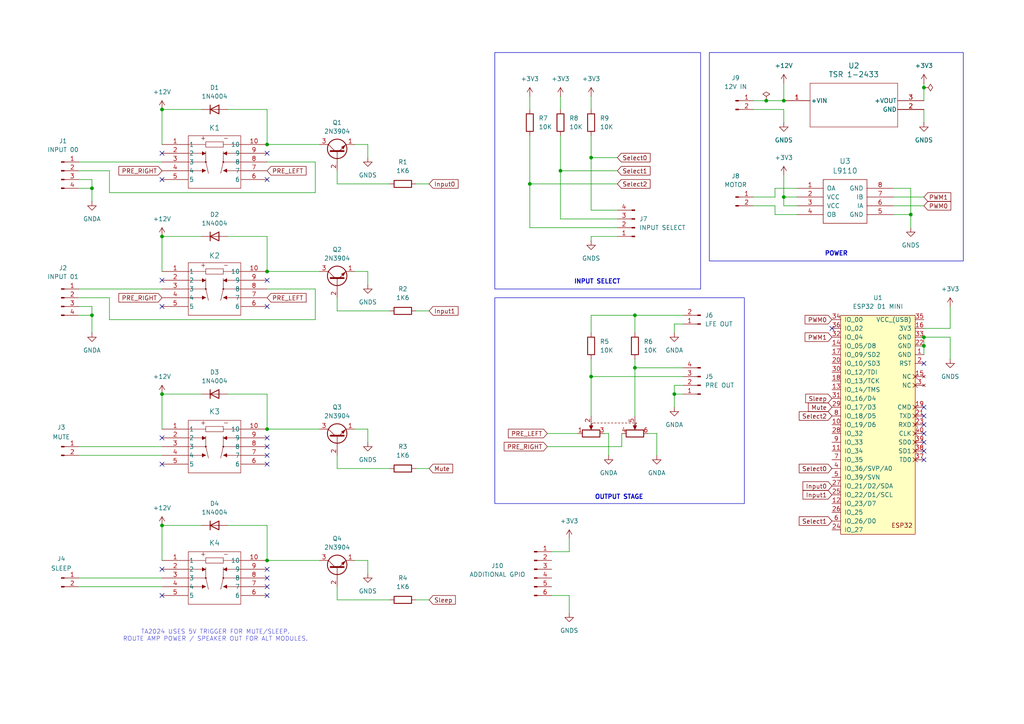
<source format=kicad_sch>
(kicad_sch (version 20250114) (generator "eeschema") (generator_version "9.0")
  (paper "A4")
  (lib_symbols
    (symbol "Connector:Conn_01x02_Pin" (pin_names (offset 1.016) (hide yes))
      (property "Reference" "J" (at 0 2.54 0))
      (property "Value" "Conn_01x02_Pin" (at 0 -5.08 0))
      (symbol "Conn_01x02_Pin_1_1"
        (rectangle (start 0.8636 0.127) (end 0 -0.127) (stroke (width 0.1524)) (fill (type outline)))
        (rectangle (start 0.8636 -2.413) (end 0 -2.667) (stroke (width 0.1524)) (fill (type outline)))
        (polyline (pts (xy 1.27 0) (xy 0.8636 0)) (stroke (width 0.1524)))
        (polyline (pts (xy 1.27 -2.54) (xy 0.8636 -2.54)) (stroke (width 0.1524)))
        (pin passive line (at 5.08 0 180) (length 3.81) (name "Pin_1") (number "1"))
        (pin passive line (at 5.08 -2.54 180) (length 3.81) (name "Pin_2") (number "2"))
      )
    )
    (symbol "Connector:Conn_01x04_Pin" (pin_names (offset 1.016) (hide yes))
      (property "Reference" "J" (at 0 5.08 0))
      (property "Value" "Conn_01x04_Pin" (at 0 -7.62 0))
      (symbol "Conn_01x04_Pin_1_1"
        (rectangle (start 0.8636 2.667) (end 0 2.413) (stroke (width 0.1524)) (fill (type outline)))
        (rectangle (start 0.8636 0.127) (end 0 -0.127) (stroke (width 0.1524)) (fill (type outline)))
        (rectangle (start 0.8636 -2.413) (end 0 -2.667) (stroke (width 0.1524)) (fill (type outline)))
        (rectangle (start 0.8636 -4.953) (end 0 -5.207) (stroke (width 0.1524)) (fill (type outline)))
        (polyline (pts (xy 1.27 2.54) (xy 0.8636 2.54)) (stroke (width 0.1524)))
        (polyline (pts (xy 1.27 0) (xy 0.8636 0)) (stroke (width 0.1524)))
        (polyline (pts (xy 1.27 -2.54) (xy 0.8636 -2.54)) (stroke (width 0.1524)))
        (polyline (pts (xy 1.27 -5.08) (xy 0.8636 -5.08)) (stroke (width 0.1524)))
        (pin passive line (at 5.08 2.54 180) (length 3.81) (name "Pin_1") (number "1"))
        (pin passive line (at 5.08 0 180) (length 3.81) (name "Pin_2") (number "2"))
        (pin passive line (at 5.08 -2.54 180) (length 3.81) (name "Pin_3") (number "3"))
        (pin passive line (at 5.08 -5.08 180) (length 3.81) (name "Pin_4") (number "4"))
      )
    )
    (symbol "Connector:Conn_01x06_Pin" (pin_names (offset 1.016) (hide yes))
      (property "Reference" "J" (at 0 7.62 0))
      (property "Value" "Conn_01x06_Pin" (at 0 -10.16 0))
      (symbol "Conn_01x06_Pin_1_1"
        (rectangle (start 0.8636 5.207) (end 0 4.953) (stroke (width 0.1524)) (fill (type outline)))
        (rectangle (start 0.8636 2.667) (end 0 2.413) (stroke (width 0.1524)) (fill (type outline)))
        (rectangle (start 0.8636 0.127) (end 0 -0.127) (stroke (width 0.1524)) (fill (type outline)))
        (rectangle (start 0.8636 -2.413) (end 0 -2.667) (stroke (width 0.1524)) (fill (type outline)))
        (rectangle (start 0.8636 -4.953) (end 0 -5.207) (stroke (width 0.1524)) (fill (type outline)))
        (rectangle (start 0.8636 -7.493) (end 0 -7.747) (stroke (width 0.1524)) (fill (type outline)))
        (polyline (pts (xy 1.27 5.08) (xy 0.8636 5.08)) (stroke (width 0.1524)))
        (polyline (pts (xy 1.27 2.54) (xy 0.8636 2.54)) (stroke (width 0.1524)))
        (polyline (pts (xy 1.27 0) (xy 0.8636 0)) (stroke (width 0.1524)))
        (polyline (pts (xy 1.27 -2.54) (xy 0.8636 -2.54)) (stroke (width 0.1524)))
        (polyline (pts (xy 1.27 -5.08) (xy 0.8636 -5.08)) (stroke (width 0.1524)))
        (polyline (pts (xy 1.27 -7.62) (xy 0.8636 -7.62)) (stroke (width 0.1524)))
        (pin passive line (at 5.08 5.08 180) (length 3.81) (name "Pin_1") (number "1"))
        (pin passive line (at 5.08 2.54 180) (length 3.81) (name "Pin_2") (number "2"))
        (pin passive line (at 5.08 0 180) (length 3.81) (name "Pin_3") (number "3"))
        (pin passive line (at 5.08 -2.54 180) (length 3.81) (name "Pin_4") (number "4"))
        (pin passive line (at 5.08 -5.08 180) (length 3.81) (name "Pin_5") (number "5"))
        (pin passive line (at 5.08 -7.62 180) (length 3.81) (name "Pin_6") (number "6"))
      )
    )
    (symbol "Device:R" (pin_numbers (hide yes)) (pin_names (offset 0))
      (property "Reference" "R" (at 2.032 0 90))
      (property "Value" "R" (at 0 0 90))
      (symbol "R_0_1"
        (rectangle (start -1.016 -2.54) (end 1.016 2.54) (stroke (width 0.254)))
      )
      (symbol "R_1_1"
        (pin passive line (at 0 3.81 270) (length 1.27) (name "~") (number "1"))
        (pin passive line (at 0 -3.81 90) (length 1.27) (name "~") (number "2"))
      )
    )
    (symbol "Diode:1N4004" (pin_numbers (hide yes)) (pin_names (hide yes))
      (property "Reference" "D" (at 0 2.54 0))
      (property "Value" "1N4004" (at 0 -2.54 0))
      (symbol "1N4004_0_1"
        (polyline (pts (xy -1.27 1.27) (xy -1.27 -1.27)) (stroke (width 0.254)))
        (polyline (pts (xy 1.27 1.27) (xy 1.27 -1.27) (xy -1.27 0) (xy 1.27 1.27)) (stroke (width 0.254)))
        (polyline (pts (xy 1.27 0) (xy -1.27 0)))
      )
      (symbol "1N4004_1_1"
        (pin passive line (at -3.81 0 0) (length 2.54) (name "K") (number "1"))
        (pin passive line (at 3.81 0 180) (length 2.54) (name "A") (number "2"))
      )
    )
    (symbol "L9110:L9110" (pin_names (offset 1.016))
      (property "Reference" "U" (at 0 7.62 0))
      (property "Value" "L9110" (at 0 -7.62 0))
      (symbol "L9110_0_1"
        (rectangle (start 6.35 -6.35) (end -6.35 6.35))
      )
      (symbol "L9110_1_1"
        (pin output line (at -13.97 3.81 0) (length 7.62) (name "OA") (number "1"))
        (pin power_in line (at -13.97 1.27 0) (length 7.62) (name "VCC") (number "2"))
        (pin power_in line (at -13.97 -1.27 0) (length 7.62) (name "VCC") (number "3"))
        (pin output line (at -13.97 -3.81 0) (length 7.62) (name "OB") (number "4"))
        (pin power_in line (at 13.97 3.81 180) (length 7.62) (name "GND") (number "8"))
        (pin input line (at 13.97 1.27 180) (length 7.62) (name "IB") (number "7"))
        (pin input line (at 13.97 -1.27 180) (length 7.62) (name "IA") (number "6"))
        (pin power_in line (at 13.97 -3.81 180) (length 7.62) (name "GND") (number "5"))
      )
      (symbol "L9110_1_2"
        (pin output line (at -19.05 12.7 0) (length 7.62) (name "OA") (number "1"))
        (pin output line (at -19.05 5.08 0) (length 7.62) (name "VCC") (number "2"))
        (pin output line (at -19.05 -5.08 0) (length 7.62) (name "VCC") (number "3"))
        (pin power_out line (at -19.05 -12.7 0) (length 7.62) (name "OB") (number "4"))
        (pin power_in line (at 17.78 12.7 180) (length 7.62) (name "GND") (number "8"))
        (pin input line (at 17.78 5.08 180) (length 7.62) (name "IB") (number "7"))
        (pin input line (at 17.78 -5.08 180) (length 7.62) (name "IA") (number "6"))
        (pin power_out line (at 17.78 -12.7 180) (length 7.62) (name "GND") (number "5"))
      )
    )
    (symbol "Transistor_BJT:2N3904" (pin_names (offset 0) (hide yes))
      (property "Reference" "Q" (at 5.08 1.905 0))
      (property "Value" "2N3904" (at 5.08 0 0))
      (symbol "2N3904_0_1"
        (polyline (pts (xy -2.54 0) (xy 0.635 0)))
        (polyline (pts (xy 0.635 1.905) (xy 0.635 -1.905)) (stroke (width 0.508)))
        (circle (center 1.27 0) (radius 2.8194) (stroke (width 0.254)))
      )
      (symbol "2N3904_1_1"
        (polyline (pts (xy 0.635 0.635) (xy 2.54 2.54)))
        (polyline (pts (xy 0.635 -0.635) (xy 2.54 -2.54)))
        (polyline (pts (xy 1.27 -1.778) (xy 1.778 -1.27) (xy 2.286 -2.286) (xy 1.27 -1.778)) (fill (type outline)))
        (pin input line (at -5.08 0 0) (length 2.54) (name "B") (number "2"))
        (pin passive line (at 2.54 5.08 270) (length 2.54) (name "C") (number "3"))
        (pin passive line (at 2.54 -5.08 90) (length 2.54) (name "E") (number "1"))
      )
    )
    (symbol "custom:RK27112MC" (pin_names (offset 1.016) (hide yes))
      (property "Reference" "RV" (at 0 3.81 0))
      (property "Value" "RK27112MC" (at 0 1.905 0))
      (symbol "RK27112MC_0_1"
        (rectangle (start -8.89 -1.524) (end -3.81 -3.556) (stroke (width 0.254)))
        (polyline (pts (xy -6.35 0) (xy -6.35 -1.016)))
        (polyline (pts (xy -6.35 0) (xy -6.35 -1.016)))
        (polyline (pts (xy -6.35 0) (xy -5.842 0.508)))
        (polyline (pts (xy -6.35 -1.397) (xy -6.858 -0.254) (xy -5.842 -0.254) (xy -6.35 -1.397)) (fill (type outline)))
        (polyline (pts (xy -5.588 0.508) (xy -5.08 0.508)))
        (polyline (pts (xy -4.572 0.508) (xy -4.064 0.508)))
        (polyline (pts (xy -3.556 0.508) (xy -3.048 0.508)))
        (polyline (pts (xy -2.54 0.508) (xy -2.032 0.508)))
        (polyline (pts (xy -1.524 0.508) (xy -1.016 0.508)))
        (polyline (pts (xy -0.508 0.508) (xy 0 0.508)))
        (polyline (pts (xy 0.508 0.508) (xy 1.016 0.508)))
        (polyline (pts (xy 1.524 0.508) (xy 2.032 0.508)))
        (polyline (pts (xy 2.54 0.508) (xy 3.048 0.508)))
        (polyline (pts (xy 3.556 0.508) (xy 4.064 0.508)))
        (rectangle (start 3.81 -1.524) (end 8.89 -3.556) (stroke (width 0.254)))
        (polyline (pts (xy 4.572 0.508) (xy 5.08 0.508)))
        (polyline (pts (xy 5.588 0.508) (xy 6.096 0.508)))
        (polyline (pts (xy 6.35 0) (xy 6.35 -1.016)))
        (polyline (pts (xy 6.35 0) (xy 6.35 -1.016)))
        (polyline (pts (xy 6.35 -1.397) (xy 5.842 -0.254) (xy 6.858 -0.254) (xy 6.35 -1.397)) (fill (type outline)))
        (polyline (pts (xy 6.604 0.508) (xy 6.858 0.508) (xy 6.35 0)))
      )
      (symbol "RK27112MC_1_1"
        (pin passive line (at -10.16 -2.54 0) (length 1.27) (name "1") (number "1"))
        (pin passive line (at -6.35 2.54 270) (length 2.54) (name "2") (number "2"))
        (pin passive line (at -2.54 -2.54 180) (length 1.27) (name "3") (number "3"))
        (pin passive line (at 2.54 -2.54 0) (length 1.27) (name "4") (number "4"))
        (pin passive line (at 6.35 2.54 270) (length 2.54) (name "5") (number "5"))
        (pin passive line (at 10.16 -2.54 180) (length 1.27) (name "6") (number "6"))
      )
    )
    (symbol "esp32-wemos-d1-mini:esp32-wemos-d1-mini" (pin_names (offset 1.016))
      (property "Reference" "U" (at -7.62 -50.8 0))
      (property "Value" "esp32-wemos-d1-mini" (at 5.08 -59.69 0))
      (symbol "esp32-wemos-d1-mini_0_0"
        (text "ESP32" (at 7.62 -62.23 0) (effects (font (size 1.27 1.27))))
        (pin bidirectional line (at -12.7 -45.72 0) (length 2.54) (name "IO_36/SVP/A0") (number "4"))
        (pin bidirectional line (at -12.7 -48.26 0) (length 2.54) (name "IO_39/SVN") (number "5"))
        (pin power_in line (at 13.97 -12.7 180) (length 2.54) (name "GND") (number "1"))
        (pin input line (at 13.97 -15.24 180) (length 2.54) (name "RST") (number "2"))
        (pin no_connect non_logic (at 13.97 -21.59 180) (length 2.54) (name "NC") (number "3"))
      )
      (symbol "esp32-wemos-d1-mini_0_1"
        (rectangle (start -10.16 -1.27) (end 11.43 -64.77) (fill (type background)))
      )
      (symbol "esp32-wemos-d1-mini_1_1"
        (pin bidirectional line (at -12.7 -2.54 0) (length 2.54) (name "IO_00") (number "34"))
        (pin bidirectional line (at -12.7 -5.08 0) (length 2.54) (name "IO_02") (number "36"))
        (pin bidirectional line (at -12.7 -7.62 0) (length 2.54) (name "IO_04") (number "32"))
        (pin bidirectional line (at -12.7 -10.16 0) (length 2.54) (name "IO_05/D8") (number "14"))
        (pin bidirectional line (at -12.7 -12.7 0) (length 2.54) (name "IO_09/SD2") (number "17"))
        (pin bidirectional line (at -12.7 -15.24 0) (length 2.54) (name "IO_10/SD3") (number "20"))
        (pin bidirectional line (at -12.7 -17.78 0) (length 2.54) (name "IO_12/TDI") (number "30"))
        (pin bidirectional line (at -12.7 -20.32 0) (length 2.54) (name "IO_13/TCK") (number "18"))
        (pin bidirectional line (at -12.7 -22.86 0) (length 2.54) (name "IO_14/TMS") (number "13"))
        (pin bidirectional line (at -12.7 -25.4 0) (length 2.54) (name "IO_16/D4") (number "31"))
        (pin bidirectional line (at -12.7 -27.94 0) (length 2.54) (name "IO_17/D3") (number "29"))
        (pin bidirectional line (at -12.7 -30.48 0) (length 2.54) (name "IO_18/D5") (number "8"))
        (pin bidirectional line (at -12.7 -33.02 0) (length 2.54) (name "IO_19/D6") (number "10"))
        (pin bidirectional line (at -12.7 -35.56 0) (length 2.54) (name "IO_32") (number "28"))
        (pin bidirectional line (at -12.7 -38.1 0) (length 2.54) (name "IO_33") (number "9"))
        (pin bidirectional line (at -12.7 -40.64 0) (length 2.54) (name "IO_34") (number "11"))
        (pin bidirectional line (at -12.7 -43.18 0) (length 2.54) (name "IO_35") (number "7"))
        (pin bidirectional line (at -12.7 -50.8 0) (length 2.54) (name "IO_21/D2/SDA") (number "27"))
        (pin bidirectional line (at -12.7 -53.34 0) (length 2.54) (name "IO_22/D1/SCL") (number "25"))
        (pin bidirectional line (at -12.7 -55.88 0) (length 2.54) (name "IO_23/D7") (number "12"))
        (pin bidirectional line (at -12.7 -58.42 0) (length 2.54) (name "IO_25") (number "26"))
        (pin bidirectional line (at -12.7 -60.96 0) (length 2.54) (name "IO_26/D0") (number "6"))
        (pin bidirectional line (at -12.7 -63.5 0) (length 2.54) (name "IO_27") (number "24"))
        (pin power_in line (at 13.97 -2.54 180) (length 2.54) (name "VCC_(USB)") (number "35"))
        (pin power_in line (at 13.97 -5.08 180) (length 2.54) (name "3V3") (number "16"))
        (pin power_in line (at 13.97 -7.62 180) (length 2.54) (name "GND") (number "33"))
        (pin power_in line (at 13.97 -10.16 180) (length 2.54) (name "GND") (number "22"))
        (pin no_connect non_logic (at 13.97 -19.05 180) (length 2.54) (name "NC") (number "15"))
        (pin passive non_logic (at 13.97 -27.94 180) (length 2.54) (name "CMD") (number "19"))
        (pin passive non_logic (at 13.97 -30.48 180) (length 2.54) (name "TXD") (number "21"))
        (pin passive non_logic (at 13.97 -33.02 180) (length 2.54) (name "RXD") (number "23"))
        (pin passive non_logic (at 13.97 -35.56 180) (length 2.54) (name "CLK") (number "40"))
        (pin passive non_logic (at 13.97 -38.1 180) (length 2.54) (name "SD0") (number "39"))
        (pin passive non_logic (at 13.97 -40.64 180) (length 2.54) (name "SD1") (number "38"))
        (pin passive non_logic (at 13.97 -43.18 180) (length 2.54) (name "TD0") (number "37"))
      )
    )
    (symbol "panasonic-tq2:TQ2-12V" (pin_names (offset 0.254))
      (property "Reference" "K" (at 15.24 7.62 0))
      (property "Value" "TQ2-12V" (at 15.24 5.08 0))
      (symbol "TQ2-12V_0_1"
        (polyline (pts (xy 7.62 2.54) (xy 7.62 -12.7)) (stroke (width 0.127)))
        (polyline (pts (xy 7.62 0) (xy 12.7 0)) (stroke (width 0.127)))
        (polyline (pts (xy 7.62 -2.54) (xy 12.192 -2.54)) (stroke (width 0.127)))
        (polyline (pts (xy 7.62 -5.08) (xy 12.7 -5.08)) (stroke (width 0.127)))
        (polyline (pts (xy 7.62 -7.62) (xy 12.192 -7.62)) (stroke (width 0.127)))
        (polyline (pts (xy 7.62 -12.7) (xy 22.86 -12.7)) (stroke (width 0.127)))
        (polyline (pts (xy 11.938 2.286) (xy 11.938 1.27)) (stroke (width 0.127)))
        (polyline (pts (xy 12.446 1.778) (xy 11.43 1.778)) (stroke (width 0.127)))
        (polyline (pts (xy 12.7 0.762) (xy 17.78 0.762)) (stroke (width 0.127)))
        (polyline (pts (xy 12.7 -0.762) (xy 12.7 0.762)) (stroke (width 0.127)))
        (polyline (pts (xy 12.7 -2.54) (xy 11.684 -3.048) (xy 11.684 -2.032)) (fill (type outline)))
        (polyline (pts (xy 12.7 -5.08) (xy 12.7 -2.032)) (stroke (width 0.127)))
        (polyline (pts (xy 12.7 -5.08) (xy 13.462 -8.382)) (stroke (width 0.127)))
        (circle (center 12.7 -5.08) (radius 0.127) (stroke (width 0.254)))
        (polyline (pts (xy 12.7 -7.62) (xy 11.684 -7.112) (xy 11.684 -8.128)) (fill (type outline)))
        (polyline (pts (xy 17.78 0.762) (xy 17.78 -0.762)) (stroke (width 0.127)))
        (polyline (pts (xy 17.78 0) (xy 22.86 0)) (stroke (width 0.127)))
        (polyline (pts (xy 17.78 -0.762) (xy 12.7 -0.762)) (stroke (width 0.127)))
        (polyline (pts (xy 17.78 -2.54) (xy 18.796 -3.048) (xy 18.796 -2.032)) (fill (type outline)))
        (polyline (pts (xy 17.78 -5.08) (xy 17.018 -8.382)) (stroke (width 0.127)))
        (polyline (pts (xy 17.78 -5.08) (xy 17.78 -2.032)) (stroke (width 0.127)))
        (circle (center 17.78 -5.08) (radius 0.127) (stroke (width 0.254)))
        (polyline (pts (xy 17.78 -7.62) (xy 18.796 -7.112) (xy 18.796 -8.128)) (fill (type outline)))
        (polyline (pts (xy 18.034 1.778) (xy 19.05 1.778)) (stroke (width 0.127)))
        (polyline (pts (xy 22.86 2.54) (xy 7.62 2.54)) (stroke (width 0.127)))
        (polyline (pts (xy 22.86 -2.54) (xy 18.288 -2.54)) (stroke (width 0.127)))
        (polyline (pts (xy 22.86 -5.08) (xy 17.78 -5.08)) (stroke (width 0.127)))
        (polyline (pts (xy 22.86 -7.62) (xy 18.288 -7.62)) (stroke (width 0.127)))
        (polyline (pts (xy 22.86 -12.7) (xy 22.86 2.54)) (stroke (width 0.127)))
        (pin unspecified line (at 0 0 0) (length 7.62) (name "1") (number "1"))
        (pin unspecified line (at 0 -2.54 0) (length 7.62) (name "2") (number "2"))
        (pin unspecified line (at 0 -5.08 0) (length 7.62) (name "3") (number "3"))
        (pin unspecified line (at 0 -7.62 0) (length 7.62) (name "4") (number "4"))
        (pin unspecified line (at 0 -10.16 0) (length 7.62) (name "5") (number "5"))
        (pin unspecified line (at 30.48 0 180) (length 7.62) (name "10") (number "10"))
        (pin unspecified line (at 30.48 -2.54 180) (length 7.62) (name "9") (number "9"))
        (pin unspecified line (at 30.48 -5.08 180) (length 7.62) (name "8") (number "8"))
        (pin unspecified line (at 30.48 -7.62 180) (length 7.62) (name "7") (number "7"))
        (pin unspecified line (at 30.48 -10.16 180) (length 7.62) (name "6") (number "6"))
      )
    )
    (symbol "power:+12V" (power) (pin_numbers (hide yes)) (pin_names (offset 0) (hide yes))
      (property "Value" "+12V" (at 0 3.556 0))
      (symbol "+12V_0_1"
        (polyline (pts (xy -0.762 1.27) (xy 0 2.54)))
        (polyline (pts (xy 0 2.54) (xy 0.762 1.27)))
        (polyline (pts (xy 0 0) (xy 0 2.54)))
      )
      (symbol "+12V_1_1"
        (pin power_in line (at 0 0 90) (length 0) (name "~") (number "1"))
      )
    )
    (symbol "power:+3V3" (power) (pin_numbers (hide yes)) (pin_names (offset 0) (hide yes))
      (property "Value" "+3V3" (at 0 3.556 0))
      (symbol "+3V3_0_1"
        (polyline (pts (xy -0.762 1.27) (xy 0 2.54)))
        (polyline (pts (xy 0 2.54) (xy 0.762 1.27)))
        (polyline (pts (xy 0 0) (xy 0 2.54)))
      )
      (symbol "+3V3_1_1"
        (pin power_in line (at 0 0 90) (length 0) (name "~") (number "1"))
      )
    )
    (symbol "power:GNDA" (power) (pin_numbers (hide yes)) (pin_names (offset 0) (hide yes))
      (property "Value" "GNDA" (at 0 -3.81 0))
      (symbol "GNDA_0_1"
        (polyline (pts (xy 0 0) (xy 0 -1.27) (xy 1.27 -1.27) (xy 0 -2.54) (xy -1.27 -1.27) (xy 0 -1.27)))
      )
      (symbol "GNDA_1_1"
        (pin power_in line (at 0 0 270) (length 0) (name "~") (number "1"))
      )
    )
    (symbol "power:GNDS" (power) (pin_numbers (hide yes)) (pin_names (offset 0) (hide yes))
      (property "Value" "GNDS" (at 0 -3.81 0))
      (symbol "GNDS_0_1"
        (polyline (pts (xy 0 0) (xy 0 -1.27) (xy 1.27 -1.27) (xy 0 -2.54) (xy -1.27 -1.27) (xy 0 -1.27)))
      )
      (symbol "GNDS_1_1"
        (pin power_in line (at 0 0 270) (length 0) (name "~") (number "1"))
      )
    )
    (symbol "power:PWR_FLAG" (power) (pin_numbers (hide yes)) (pin_names (offset 0) (hide yes))
      (property "Value" "PWR_FLAG" (at 0 3.81 0))
      (symbol "PWR_FLAG_0_0"
        (pin power_out line (at 0 0 90) (length 0) (name "~") (number "1"))
      )
      (symbol "PWR_FLAG_0_1"
        (polyline (pts (xy 0 0) (xy 0 1.27) (xy -1.016 1.905) (xy 0 2.54) (xy 1.016 1.905) (xy 0 1.27)))
      )
    )
    (symbol "tsr-2433:TSR_1-2433" (pin_names (offset 0.254))
      (property "Reference" "U" (at 20.32 10.16 0))
      (property "Value" "TSR 1-2433" (at 20.32 7.62 0))
      (symbol "TSR_1-2433_0_1"
        (polyline (pts (xy 7.62 5.08) (xy 7.62 -7.62)) (stroke (width 0.127)))
        (polyline (pts (xy 7.62 -7.62) (xy 33.02 -7.62)) (stroke (width 0.127)))
        (polyline (pts (xy 33.02 5.08) (xy 7.62 5.08)) (stroke (width 0.127)))
        (polyline (pts (xy 33.02 -7.62) (xy 33.02 5.08)) (stroke (width 0.127)))
        (pin power_in line (at 0 0 0) (length 7.62) (name "+VIN") (number "1"))
        (pin power_in line (at 40.64 0 180) (length 7.62) (name "+VOUT") (number "3"))
        (pin power_out line (at 40.64 -2.54 180) (length 7.62) (name "GND") (number "2"))
      )
    )
  )
  (rectangle (start 205.74 15.24) (end 279.4 75.692))
  (rectangle (start 143.51 15.24) (end 203.2 83.82))
  (rectangle (start 143.51 86.36) (end 215.9 146.05))
  (text "OUTPUT STAGE" (at 179.578 144.272 0) (effects (font (size 1.27 1.27) (thickness 0.254) (bold yes))))
  (text "INPUT SELECT" (at 173.228 81.788 0) (effects (font (size 1.27 1.27) (thickness 0.254) (bold yes))))
  (text "TA2024 USES 5V TRIGGER FOR MUTE/SLEEP.\nROUTE AMP POWER / SPEAKER OUT FOR ALT MODULES." (at 62.484 184.404 0) (effects (font (size 1.27 1.27) (thickness 0.0794))))
  (text "POWER" (at 242.57 73.66 0) (effects (font (size 1.27 1.27) (thickness 0.254) (bold yes))))
  (junction (at 227.33 29.21))
  (junction (at 46.99 114.3))
  (junction (at 264.16 62.23))
  (junction (at 267.97 100.33))
  (junction (at 46.99 152.4))
  (junction (at 77.47 162.56))
  (junction (at 267.97 97.79))
  (junction (at 227.33 57.15))
  (junction (at 26.67 91.44))
  (junction (at 46.99 31.75))
  (junction (at 46.99 68.58))
  (junction (at 267.97 25.4))
  (junction (at 77.47 41.91))
  (junction (at 171.45 109.22))
  (junction (at 184.15 106.68))
  (junction (at 153.67 53.34))
  (junction (at 171.45 45.72))
  (junction (at 184.15 91.44))
  (junction (at 77.47 124.46))
  (junction (at 195.58 114.3))
  (junction (at 26.67 54.61))
  (junction (at 222.25 29.21))
  (junction (at 77.47 78.74))
  (junction (at 162.56 49.53))
  (no_connect (at 46.99 172.72))
  (no_connect (at 46.99 134.62))
  (no_connect (at 267.97 105.41))
  (no_connect (at 46.99 44.45))
  (no_connect (at 77.47 81.28))
  (no_connect (at 46.99 165.1))
  (no_connect (at 267.97 118.11))
  (no_connect (at 46.99 127))
  (no_connect (at 46.99 88.9))
  (no_connect (at 77.47 165.1))
  (no_connect (at 77.47 172.72))
  (no_connect (at 77.47 170.18))
  (no_connect (at 46.99 81.28))
  (no_connect (at 267.97 130.81))
  (no_connect (at 267.97 133.35))
  (no_connect (at 77.47 88.9))
  (no_connect (at 46.99 52.07))
  (no_connect (at 77.47 44.45))
  (no_connect (at 241.3 95.25))
  (no_connect (at 77.47 52.07))
  (no_connect (at 77.47 134.62))
  (no_connect (at 267.97 123.19))
  (no_connect (at 267.97 128.27))
  (no_connect (at 77.47 132.08))
  (no_connect (at 267.97 125.73))
  (no_connect (at 77.47 127))
  (no_connect (at 77.47 167.64))
  (no_connect (at 77.47 129.54))
  (no_connect (at 267.97 120.65))
  (wire (pts (xy 106.68 124.46) (xy 106.68 128.27)))
  (wire (pts (xy 46.99 68.58) (xy 46.99 78.74)))
  (wire (pts (xy 218.44 57.15) (xy 224.79 57.15)))
  (wire (pts (xy 162.56 49.53) (xy 179.07 49.53)))
  (wire (pts (xy 195.58 114.3) (xy 198.12 114.3)))
  (wire (pts (xy 267.97 100.33) (xy 267.97 102.87)))
  (wire (pts (xy 77.47 78.74) (xy 92.71 78.74)))
  (wire (pts (xy 31.75 86.36) (xy 31.75 92.71)))
  (wire (pts (xy 26.67 88.9) (xy 26.67 91.44)))
  (wire (pts (xy 227.33 57.15) (xy 231.14 57.15)))
  (wire (pts (xy 184.15 104.14) (xy 184.15 106.68)))
  (wire (pts (xy 58.42 114.3) (xy 46.99 114.3)))
  (wire (pts (xy 227.33 31.75) (xy 227.33 35.56)))
  (wire (pts (xy 46.99 152.4) (xy 46.99 162.56)))
  (wire (pts (xy 26.67 54.61) (xy 26.67 58.42)))
  (wire (pts (xy 120.65 53.34) (xy 124.46 53.34)))
  (wire (pts (xy 102.87 41.91) (xy 106.68 41.91)))
  (wire (pts (xy 267.97 25.4) (xy 267.97 29.21)))
  (wire (pts (xy 46.99 31.75) (xy 46.99 41.91)))
  (wire (pts (xy 46.99 114.3) (xy 46.99 124.46)))
  (wire (pts (xy 77.47 41.91) (xy 77.47 31.75)))
  (wire (pts (xy 31.75 55.88) (xy 91.44 55.88)))
  (wire (pts (xy 171.45 109.22) (xy 171.45 120.65)))
  (wire (pts (xy 22.86 132.08) (xy 46.99 132.08)))
  (wire (pts (xy 158.75 129.54) (xy 180.34 129.54)))
  (wire (pts (xy 22.86 54.61) (xy 26.67 54.61)))
  (wire (pts (xy 171.45 104.14) (xy 171.45 109.22)))
  (wire (pts (xy 190.5 125.73) (xy 190.5 132.08)))
  (wire (pts (xy 97.79 90.17) (xy 113.03 90.17)))
  (wire (pts (xy 165.1 172.72) (xy 165.1 177.8)))
  (wire (pts (xy 77.47 78.74) (xy 77.47 68.58)))
  (wire (pts (xy 162.56 49.53) (xy 162.56 63.5)))
  (wire (pts (xy 227.33 50.8) (xy 227.33 57.15)))
  (wire (pts (xy 22.86 88.9) (xy 26.67 88.9)))
  (wire (pts (xy 198.12 91.44) (xy 184.15 91.44)))
  (wire (pts (xy 31.75 49.53) (xy 31.75 55.88)))
  (wire (pts (xy 102.87 124.46) (xy 106.68 124.46)))
  (wire (pts (xy 171.45 45.72) (xy 171.45 60.96)))
  (wire (pts (xy 275.59 97.79) (xy 275.59 104.14)))
  (wire (pts (xy 267.97 97.79) (xy 267.97 100.33)))
  (wire (pts (xy 171.45 39.37) (xy 171.45 45.72)))
  (wire (pts (xy 267.97 24.13) (xy 267.97 25.4)))
  (wire (pts (xy 77.47 31.75) (xy 66.04 31.75)))
  (wire (pts (xy 120.65 173.99) (xy 124.46 173.99)))
  (wire (pts (xy 91.44 46.99) (xy 77.47 46.99)))
  (wire (pts (xy 153.67 27.94) (xy 153.67 31.75)))
  (wire (pts (xy 153.67 53.34) (xy 179.07 53.34)))
  (wire (pts (xy 22.86 86.36) (xy 31.75 86.36)))
  (wire (pts (xy 77.47 68.58) (xy 66.04 68.58)))
  (wire (pts (xy 77.47 162.56) (xy 77.47 152.4)))
  (wire (pts (xy 22.86 83.82) (xy 46.99 83.82)))
  (wire (pts (xy 22.86 167.64) (xy 46.99 167.64)))
  (wire (pts (xy 106.68 41.91) (xy 106.68 45.72)))
  (wire (pts (xy 58.42 31.75) (xy 46.99 31.75)))
  (wire (pts (xy 102.87 162.56) (xy 106.68 162.56)))
  (wire (pts (xy 97.79 86.36) (xy 97.79 90.17)))
  (wire (pts (xy 259.08 57.15) (xy 267.97 57.15)))
  (wire (pts (xy 195.58 114.3) (xy 195.58 111.76)))
  (wire (pts (xy 218.44 59.69) (xy 224.79 59.69)))
  (wire (pts (xy 97.79 132.08) (xy 97.79 135.89)))
  (wire (pts (xy 222.25 29.21) (xy 227.33 29.21)))
  (wire (pts (xy 22.86 52.07) (xy 26.67 52.07)))
  (wire (pts (xy 77.47 124.46) (xy 92.71 124.46)))
  (wire (pts (xy 187.96 125.73) (xy 190.5 125.73)))
  (wire (pts (xy 77.47 162.56) (xy 92.71 162.56)))
  (wire (pts (xy 77.47 114.3) (xy 66.04 114.3)))
  (wire (pts (xy 179.07 68.58) (xy 171.45 68.58)))
  (wire (pts (xy 259.08 54.61) (xy 264.16 54.61)))
  (wire (pts (xy 167.64 125.73) (xy 158.75 125.73)))
  (wire (pts (xy 120.65 135.89) (xy 124.46 135.89)))
  (wire (pts (xy 160.02 160.02) (xy 165.1 160.02)))
  (wire (pts (xy 227.33 59.69) (xy 231.14 59.69)))
  (wire (pts (xy 102.87 78.74) (xy 106.68 78.74)))
  (wire (pts (xy 171.45 45.72) (xy 179.07 45.72)))
  (wire (pts (xy 91.44 92.71) (xy 91.44 83.82)))
  (wire (pts (xy 162.56 63.5) (xy 179.07 63.5)))
  (wire (pts (xy 195.58 111.76) (xy 198.12 111.76)))
  (wire (pts (xy 264.16 54.61) (xy 264.16 62.23)))
  (wire (pts (xy 153.67 53.34) (xy 153.67 66.04)))
  (wire (pts (xy 195.58 118.11) (xy 195.58 114.3)))
  (wire (pts (xy 218.44 29.21) (xy 222.25 29.21)))
  (wire (pts (xy 160.02 172.72) (xy 165.1 172.72)))
  (wire (pts (xy 171.45 91.44) (xy 184.15 91.44)))
  (wire (pts (xy 91.44 55.88) (xy 91.44 46.99)))
  (wire (pts (xy 180.34 129.54) (xy 180.34 125.73)))
  (wire (pts (xy 267.97 95.25) (xy 275.59 95.25)))
  (wire (pts (xy 22.86 170.18) (xy 46.99 170.18)))
  (wire (pts (xy 171.45 68.58) (xy 171.45 69.85)))
  (wire (pts (xy 77.47 124.46) (xy 77.47 114.3)))
  (wire (pts (xy 184.15 106.68) (xy 198.12 106.68)))
  (wire (pts (xy 171.45 27.94) (xy 171.45 31.75)))
  (wire (pts (xy 162.56 27.94) (xy 162.56 31.75)))
  (wire (pts (xy 259.08 59.69) (xy 267.97 59.69)))
  (wire (pts (xy 77.47 41.91) (xy 92.71 41.91)))
  (wire (pts (xy 224.79 62.23) (xy 231.14 62.23)))
  (wire (pts (xy 195.58 93.98) (xy 198.12 93.98)))
  (wire (pts (xy 153.67 39.37) (xy 153.67 53.34)))
  (wire (pts (xy 97.79 173.99) (xy 113.03 173.99)))
  (wire (pts (xy 275.59 95.25) (xy 275.59 88.9)))
  (wire (pts (xy 176.53 125.73) (xy 176.53 132.08)))
  (wire (pts (xy 171.45 96.52) (xy 171.45 91.44)))
  (wire (pts (xy 22.86 46.99) (xy 46.99 46.99)))
  (wire (pts (xy 224.79 54.61) (xy 231.14 54.61)))
  (wire (pts (xy 22.86 49.53) (xy 31.75 49.53)))
  (wire (pts (xy 195.58 96.52) (xy 195.58 93.98)))
  (wire (pts (xy 91.44 83.82) (xy 77.47 83.82)))
  (wire (pts (xy 97.79 170.18) (xy 97.79 173.99)))
  (wire (pts (xy 162.56 39.37) (xy 162.56 49.53)))
  (wire (pts (xy 267.97 97.79) (xy 275.59 97.79)))
  (wire (pts (xy 227.33 57.15) (xy 227.33 59.69)))
  (wire (pts (xy 171.45 60.96) (xy 179.07 60.96)))
  (wire (pts (xy 165.1 156.21) (xy 165.1 160.02)))
  (wire (pts (xy 120.65 90.17) (xy 124.46 90.17)))
  (wire (pts (xy 184.15 106.68) (xy 184.15 120.65)))
  (wire (pts (xy 26.67 52.07) (xy 26.67 54.61)))
  (wire (pts (xy 264.16 62.23) (xy 264.16 66.04)))
  (wire (pts (xy 22.86 129.54) (xy 46.99 129.54)))
  (wire (pts (xy 22.86 91.44) (xy 26.67 91.44)))
  (wire (pts (xy 171.45 109.22) (xy 198.12 109.22)))
  (wire (pts (xy 31.75 92.71) (xy 91.44 92.71)))
  (wire (pts (xy 153.67 66.04) (xy 179.07 66.04)))
  (wire (pts (xy 97.79 53.34) (xy 113.03 53.34)))
  (wire (pts (xy 175.26 125.73) (xy 176.53 125.73)))
  (wire (pts (xy 259.08 62.23) (xy 264.16 62.23)))
  (wire (pts (xy 97.79 135.89) (xy 113.03 135.89)))
  (wire (pts (xy 227.33 24.13) (xy 227.33 29.21)))
  (wire (pts (xy 106.68 78.74) (xy 106.68 82.55)))
  (wire (pts (xy 218.44 31.75) (xy 227.33 31.75)))
  (wire (pts (xy 184.15 91.44) (xy 184.15 96.52)))
  (wire (pts (xy 97.79 49.53) (xy 97.79 53.34)))
  (wire (pts (xy 224.79 59.69) (xy 224.79 62.23)))
  (wire (pts (xy 58.42 152.4) (xy 46.99 152.4)))
  (wire (pts (xy 267.97 31.75) (xy 267.97 35.56)))
  (wire (pts (xy 26.67 91.44) (xy 26.67 96.52)))
  (wire (pts (xy 224.79 54.61) (xy 224.79 57.15)))
  (wire (pts (xy 58.42 68.58) (xy 46.99 68.58)))
  (wire (pts (xy 106.68 162.56) (xy 106.68 166.37)))
  (wire (pts (xy 77.47 152.4) (xy 66.04 152.4)))
  (global_label "PRE_RIGHT" (shape input) (at 46.99 86.36 180) (property "Intersheetrefs" "${INTERSHEET_REFS}" (effects (hide yes))))
  (global_label "Select2" (shape input) (at 179.07 53.34 0) (effects (font (thickness 0.1588))) (property "Intersheetrefs" "${INTERSHEET_REFS}" (effects (hide yes))))
  (global_label "PWM1" (shape input) (at 241.3 97.79 180) (property "Intersheetrefs" "${INTERSHEET_REFS}" (effects (hide yes))))
  (global_label "Input0" (shape input) (at 241.3 140.97 180) (property "Intersheetrefs" "${INTERSHEET_REFS}" (effects (hide yes))))
  (global_label "PWM0" (shape input) (at 267.97 59.69 0) (property "Intersheetrefs" "${INTERSHEET_REFS}" (effects (hide yes))))
  (global_label "Select0" (shape input) (at 179.07 45.72 0) (effects (font (thickness 0.1588))) (property "Intersheetrefs" "${INTERSHEET_REFS}" (effects (hide yes))))
  (global_label "PRE_LEFT" (shape input) (at 77.47 49.53 0) (property "Intersheetrefs" "${INTERSHEET_REFS}" (effects (hide yes))))
  (global_label "PWM1" (shape input) (at 267.97 57.15 0) (property "Intersheetrefs" "${INTERSHEET_REFS}" (effects (hide yes))))
  (global_label "Input1" (shape input) (at 241.3 143.51 180) (property "Intersheetrefs" "${INTERSHEET_REFS}" (effects (hide yes))))
  (global_label "Input0" (shape input) (at 124.46 53.34 0) (property "Intersheetrefs" "${INTERSHEET_REFS}" (effects (hide yes))))
  (global_label "PRE_RIGHT" (shape input) (at 158.75 129.54 180) (property "Intersheetrefs" "${INTERSHEET_REFS}" (effects (hide yes))))
  (global_label "Sleep" (shape input) (at 124.46 173.99 0) (property "Intersheetrefs" "${INTERSHEET_REFS}" (effects (hide yes))))
  (global_label "Sleep" (shape input) (at 241.3 115.57 180) (property "Intersheetrefs" "${INTERSHEET_REFS}" (effects (hide yes))))
  (global_label "Select0" (shape input) (at 241.3 135.89 180) (effects (font (thickness 0.1588))) (property "Intersheetrefs" "${INTERSHEET_REFS}" (effects (hide yes))))
  (global_label "Mute" (shape input) (at 241.3 118.11 180) (property "Intersheetrefs" "${INTERSHEET_REFS}" (effects (hide yes))))
  (global_label "PRE_RIGHT" (shape input) (at 46.99 49.53 180) (property "Intersheetrefs" "${INTERSHEET_REFS}" (effects (hide yes))))
  (global_label "Mute" (shape input) (at 124.46 135.89 0) (property "Intersheetrefs" "${INTERSHEET_REFS}" (effects (hide yes))))
  (global_label "Select2" (shape input) (at 241.3 120.65 180) (effects (font (thickness 0.1588))) (property "Intersheetrefs" "${INTERSHEET_REFS}" (effects (hide yes))))
  (global_label "PRE_LEFT" (shape input) (at 77.47 86.36 0) (property "Intersheetrefs" "${INTERSHEET_REFS}" (effects (hide yes))))
  (global_label "Select1" (shape input) (at 179.07 49.53 0) (effects (font (thickness 0.1588))) (property "Intersheetrefs" "${INTERSHEET_REFS}" (effects (hide yes))))
  (global_label "Input1" (shape input) (at 124.46 90.17 0) (property "Intersheetrefs" "${INTERSHEET_REFS}" (effects (hide yes))))
  (global_label "Select1" (shape input) (at 241.3 151.13 180) (effects (font (thickness 0.1588))) (property "Intersheetrefs" "${INTERSHEET_REFS}" (effects (hide yes))))
  (global_label "PRE_LEFT" (shape input) (at 158.75 125.73 180) (property "Intersheetrefs" "${INTERSHEET_REFS}" (effects (hide yes))))
  (global_label "PWM0" (shape input) (at 241.3 92.71 180) (property "Intersheetrefs" "${INTERSHEET_REFS}" (effects (hide yes))))
  (symbol (lib_id "power:+3V3") (at 275.59 88.9 0) (unit 1)
    (property "Reference" "#PWR06" (effects (hide yes)))
    (property "Value" "+3V3" (at 275.59 83.82 0))
    (property "Description" "Power symbol creates a global label with name \"+3V3\"" (effects (hide yes)))
  )
  (symbol (lib_id "Transistor_BJT:2N3904") (at 97.79 44.45 90) (unit 1)
    (property "Reference" "Q1" (at 97.79 35.56 90))
    (property "Value" "2N3904" (at 97.79 38.1 90))
    (property "Footprint" "Package_TO_SOT_THT:TO-92_Inline" (effects (hide yes)))
    (property "Datasheet" "https://www.onsemi.com/pub/Collateral/2N3903-D.PDF" (effects (hide yes)))
    (property "Description" "0.2A Ic, 40V Vce, Small Signal NPN Transistor, TO-92" (effects (hide yes)))
  )
  (symbol (lib_id "power:+3V3") (at 165.1 156.21 0) (unit 1)
    (property "Reference" "#PWR027" (effects (hide yes)))
    (property "Value" "+3V3" (at 165.1 151.13 0))
    (property "Description" "Power symbol creates a global label with name \"+3V3\"" (effects (hide yes)))
  )
  (symbol (lib_id "power:GNDS") (at 106.68 45.72 0) (unit 1)
    (property "Reference" "#PWR07" (effects (hide yes)))
    (property "Value" "GNDS" (at 106.68 50.8 0))
    (property "Description" "Power symbol creates a global label with name \"GNDS\" , signal ground" (effects (hide yes)))
  )
  (symbol (lib_id "power:GNDA") (at 26.67 58.42 0) (unit 1)
    (property "Reference" "#PWR011" (effects (hide yes)))
    (property "Value" "GNDA" (at 26.67 63.5 0))
    (property "Description" "Power symbol creates a global label with name \"GNDA\" , analog ground" (effects (hide yes)))
  )
  (symbol (lib_id "power:GNDA") (at 195.58 96.52 0) (unit 1)
    (property "Reference" "#PWR016" (effects (hide yes)))
    (property "Value" "GNDA" (at 195.58 101.6 0))
    (property "Description" "Power symbol creates a global label with name \"GNDA\" , analog ground" (effects (hide yes)))
  )
  (symbol (lib_id "Transistor_BJT:2N3904") (at 97.79 165.1 90) (unit 1)
    (property "Reference" "Q4" (at 97.79 156.21 90))
    (property "Value" "2N3904" (at 97.79 158.75 90))
    (property "Footprint" "Package_TO_SOT_THT:TO-92_Inline" (effects (hide yes)))
    (property "Datasheet" "https://www.onsemi.com/pub/Collateral/2N3903-D.PDF" (effects (hide yes)))
    (property "Description" "0.2A Ic, 40V Vce, Small Signal NPN Transistor, TO-92" (effects (hide yes)))
  )
  (symbol (lib_id "power:GNDS") (at 165.1 177.8 0) (unit 1)
    (property "Reference" "#PWR028" (effects (hide yes)))
    (property "Value" "GNDS" (at 165.1 182.88 0))
    (property "Description" "Power symbol creates a global label with name \"GNDS\" , signal ground" (effects (hide yes)))
  )
  (symbol (lib_id "power:GNDA") (at 176.53 132.08 0) (unit 1)
    (property "Reference" "#PWR014" (effects (hide yes)))
    (property "Value" "GNDA" (at 176.53 137.16 0))
    (property "Description" "Power symbol creates a global label with name \"GNDA\" , analog ground" (effects (hide yes)))
  )
  (symbol (lib_id "power:GNDS") (at 171.45 69.85 0) (unit 1)
    (property "Reference" "#PWR023" (effects (hide yes)))
    (property "Value" "GNDS" (at 171.45 74.93 0))
    (property "Description" "Power symbol creates a global label with name \"GNDS\" , signal ground" (effects (hide yes)))
  )
  (symbol (lib_id "panasonic-tq2:TQ2-12V") (at 46.99 41.91 0) (unit 1)
    (property "Reference" "K1" (at 62.23 37.084 0) (effects (font (size 1.524 1.524))))
    (property "Value" "INPUT 00" (effects (hide yes)))
    (property "Footprint" "TQ2:RELAY_TQ2_PAN" (effects (hide yes)))
    (property "Datasheet" "TQ2-12V" (effects (hide yes)))
  )
  (symbol (lib_id "Diode:1N4004") (at 62.23 114.3 0) (unit 1)
    (property "Reference" "D3" (at 62.23 107.95 0))
    (property "Value" "1N4004" (at 62.23 110.49 0))
    (property "Footprint" "Diode_THT:D_DO-35_SOD27_P7.62mm_Horizontal" (effects (hide yes)))
    (property "Datasheet" "http://www.vishay.com/docs/88503/1n4001.pdf" (effects (hide yes)))
    (property "Description" "400V 1A General Purpose Rectifier Diode, DO-41" (effects (hide yes)))
    (property "Sim.Device" "D" (effects (hide yes)))
    (property "Sim.Pins" "1=K 2=A" (effects (hide yes)))
  )
  (symbol (lib_id "power:GNDS") (at 106.68 166.37 0) (unit 1)
    (property "Reference" "#PWR022" (effects (hide yes)))
    (property "Value" "GNDS" (at 106.68 171.45 0))
    (property "Description" "Power symbol creates a global label with name \"GNDS\" , signal ground" (effects (hide yes)))
  )
  (symbol (lib_id "Connector:Conn_01x04_Pin") (at 17.78 86.36 0) (unit 1)
    (property "Reference" "J2" (at 18.288 77.724 0))
    (property "Value" "INPUT 01" (at 18.288 80.264 0))
    (property "Footprint" "Connector_JST:JST_XH_B4B-XH-A_1x04_P2.50mm_Vertical" (effects (hide yes)))
    (property "Description" "Generic connector, single row, 01x04, script generated" (effects (hide yes)))
  )
  (symbol (lib_id "panasonic-tq2:TQ2-12V") (at 46.99 78.74 0) (unit 1)
    (property "Reference" "K2" (at 62.23 74.168 0) (effects (font (size 1.524 1.524))))
    (property "Value" "INPUT 01" (effects (hide yes)))
    (property "Footprint" "TQ2:RELAY_TQ2_PAN" (effects (hide yes)))
    (property "Datasheet" "TQ2-12V" (effects (hide yes)))
  )
  (symbol (lib_id "Device:R") (at 116.84 135.89 90) (unit 1)
    (property "Reference" "R3" (at 116.84 129.54 90))
    (property "Value" "1K6" (at 116.84 132.08 90))
    (property "Footprint" "Resistor_SMD:R_0805_2012Metric_Pad1.20x1.40mm_HandSolder" (effects (hide yes)))
    (property "Description" "Resistor" (effects (hide yes)))
  )
  (symbol (lib_id "Diode:1N4004") (at 62.23 31.75 0) (unit 1)
    (property "Reference" "D1" (at 62.23 25.4 0))
    (property "Value" "1N4004" (at 62.23 27.94 0))
    (property "Footprint" "Diode_THT:D_DO-35_SOD27_P7.62mm_Horizontal" (effects (hide yes)))
    (property "Datasheet" "http://www.vishay.com/docs/88503/1n4001.pdf" (effects (hide yes)))
    (property "Description" "400V 1A General Purpose Rectifier Diode, DO-41" (effects (hide yes)))
    (property "Sim.Device" "D" (effects (hide yes)))
    (property "Sim.Pins" "1=K 2=A" (effects (hide yes)))
  )
  (symbol (lib_id "Device:R") (at 184.15 100.33 0) (unit 1)
    (property "Reference" "R6" (at 186.69 99.0599 0) (effects (justify left)))
    (property "Value" "10K" (at 186.69 101.5999 0) (effects (justify left)))
    (property "Footprint" "Resistor_THT:R_Axial_Power_L38.0mm_W9.0mm_P40.64mm" (effects (hide yes)))
    (property "Description" "Resistor" (effects (hide yes)))
  )
  (symbol (lib_id "power:+3V3") (at 171.45 27.94 0) (unit 1)
    (property "Reference" "#PWR018" (effects (hide yes)))
    (property "Value" "+3V3" (at 171.45 22.86 0))
    (property "Description" "Power symbol creates a global label with name \"+3V3\"" (effects (hide yes)))
  )
  (symbol (lib_id "power:+3V3") (at 227.33 50.8 0) (unit 1)
    (property "Reference" "#PWR025" (effects (hide yes)))
    (property "Value" "+3V3" (at 227.33 45.72 0))
    (property "Description" "Power symbol creates a global label with name \"+3V3\"" (effects (hide yes)))
  )
  (symbol (lib_id "Connector:Conn_01x02_Pin") (at 213.36 57.15 0) (unit 1)
    (property "Reference" "J8" (at 213.36 51.054 0))
    (property "Value" "MOTOR" (at 213.36 53.594 0))
    (property "Footprint" "Connector_JST:JST_XH_B2B-XH-A_1x02_P2.50mm_Vertical" (effects (hide yes)))
    (property "Description" "Generic connector, single row, 01x02, script generated" (effects (hide yes)))
  )
  (symbol (lib_id "power:+12V") (at 227.33 24.13 0) (unit 1)
    (property "Reference" "#PWR01" (effects (hide yes)))
    (property "Value" "+12V" (at 227.33 19.05 0))
    (property "Description" "Power symbol creates a global label with name \"+12V\"" (effects (hide yes)))
  )
  (symbol (lib_id "Device:R") (at 171.45 100.33 0) (unit 1)
    (property "Reference" "R5" (at 173.99 99.0599 0) (effects (justify left)))
    (property "Value" "10K" (at 173.99 101.5999 0) (effects (justify left)))
    (property "Footprint" "Resistor_THT:R_Axial_Power_L38.0mm_W9.0mm_P40.64mm" (effects (hide yes)))
    (property "Description" "Resistor" (effects (hide yes)))
  )
  (symbol (lib_id "Device:R") (at 171.45 35.56 0) (unit 1)
    (property "Reference" "R9" (at 173.99 34.2899 0) (effects (justify left)))
    (property "Value" "10K" (at 173.99 36.8299 0) (effects (justify left)))
    (property "Footprint" "Resistor_SMD:R_0805_2012Metric_Pad1.20x1.40mm_HandSolder" (effects (hide yes)))
    (property "Description" "Resistor" (effects (hide yes)))
  )
  (symbol (lib_id "power:GNDS") (at 106.68 128.27 0) (unit 1)
    (property "Reference" "#PWR021" (effects (hide yes)))
    (property "Value" "GNDS" (at 106.68 133.35 0))
    (property "Description" "Power symbol creates a global label with name \"GNDS\" , signal ground" (effects (hide yes)))
  )
  (symbol (lib_id "Transistor_BJT:2N3904") (at 97.79 81.28 90) (unit 1)
    (property "Reference" "Q2" (at 97.79 72.39 90))
    (property "Value" "2N3904" (at 97.79 74.93 90))
    (property "Footprint" "Package_TO_SOT_THT:TO-92_Inline" (effects (hide yes)))
    (property "Datasheet" "https://www.onsemi.com/pub/Collateral/2N3903-D.PDF" (effects (hide yes)))
    (property "Description" "0.2A Ic, 40V Vce, Small Signal NPN Transistor, TO-92" (effects (hide yes)))
  )
  (symbol (lib_id "power:GNDS") (at 227.33 35.56 0) (unit 1)
    (property "Reference" "#PWR05" (effects (hide yes)))
    (property "Value" "GNDS" (at 227.33 40.64 0))
    (property "Description" "Power symbol creates a global label with name \"GNDS\" , signal ground" (effects (hide yes)))
  )
  (symbol (lib_id "Connector:Conn_01x02_Pin") (at 17.78 167.64 0) (unit 1)
    (property "Reference" "J4" (at 17.78 162.052 0))
    (property "Value" "SLEEP" (at 17.78 164.846 0))
    (property "Footprint" "TerminalBlock:TerminalBlock_MaiXu_MX126-5.0-02P_1x02_P5.00mm" (effects (hide yes)))
    (property "Description" "Generic connector, single row, 01x02, script generated" (effects (hide yes)))
  )
  (symbol (lib_id "power:+12V") (at 46.99 152.4 0) (unit 1)
    (property "Reference" "#PWR020" (effects (hide yes)))
    (property "Value" "+12V" (at 46.99 147.32 0))
    (property "Description" "Power symbol creates a global label with name \"+12V\"" (effects (hide yes)))
  )
  (symbol (lib_id "Diode:1N4004") (at 62.23 68.58 0) (unit 1)
    (property "Reference" "D2" (at 62.23 62.23 0))
    (property "Value" "1N4004" (at 62.23 64.77 0))
    (property "Footprint" "Diode_THT:D_DO-35_SOD27_P7.62mm_Horizontal" (effects (hide yes)))
    (property "Datasheet" "http://www.vishay.com/docs/88503/1n4001.pdf" (effects (hide yes)))
    (property "Description" "400V 1A General Purpose Rectifier Diode, DO-41" (effects (hide yes)))
    (property "Sim.Device" "D" (effects (hide yes)))
    (property "Sim.Pins" "1=K 2=A" (effects (hide yes)))
  )
  (symbol (lib_id "Device:R") (at 116.84 90.17 90) (unit 1)
    (property "Reference" "R2" (at 116.84 83.82 90))
    (property "Value" "1K6" (at 116.84 86.36 90))
    (property "Footprint" "Resistor_SMD:R_0805_2012Metric_Pad1.20x1.40mm_HandSolder" (effects (hide yes)))
    (property "Description" "Resistor" (effects (hide yes)))
  )
  (symbol (lib_id "power:GNDS") (at 275.59 104.14 0) (unit 1)
    (property "Reference" "#PWR04" (effects (hide yes)))
    (property "Value" "GNDS" (at 275.59 109.22 0))
    (property "Description" "Power symbol creates a global label with name \"GNDS\" , signal ground" (effects (hide yes)))
  )
  (symbol (lib_id "power:GNDA") (at 190.5 132.08 0) (unit 1)
    (property "Reference" "#PWR013" (effects (hide yes)))
    (property "Value" "GNDA" (at 190.5 137.16 0))
    (property "Description" "Power symbol creates a global label with name \"GNDA\" , analog ground" (effects (hide yes)))
  )
  (symbol (lib_id "power:GNDS") (at 106.68 82.55 0) (unit 1)
    (property "Reference" "#PWR010" (effects (hide yes)))
    (property "Value" "GNDS" (at 106.68 87.63 0))
    (property "Description" "Power symbol creates a global label with name \"GNDS\" , signal ground" (effects (hide yes)))
  )
  (symbol (lib_id "panasonic-tq2:TQ2-12V") (at 46.99 162.56 0) (unit 1)
    (property "Reference" "K4" (at 62.23 157.48 0) (effects (font (size 1.524 1.524))))
    (property "Value" "AMP SLEEP" (effects (hide yes)))
    (property "Footprint" "TQ2:RELAY_TQ2_PAN" (effects (hide yes)))
    (property "Datasheet" "TQ2-12V" (effects (hide yes)))
  )
  (symbol (lib_id "Device:R") (at 116.84 173.99 90) (unit 1)
    (property "Reference" "R4" (at 116.84 167.64 90))
    (property "Value" "1K6" (at 116.84 170.18 90))
    (property "Footprint" "Resistor_SMD:R_0805_2012Metric_Pad1.20x1.40mm_HandSolder" (effects (hide yes)))
    (property "Description" "Resistor" (effects (hide yes)))
  )
  (symbol (lib_id "power:GNDS") (at 264.16 66.04 0) (unit 1)
    (property "Reference" "#PWR026" (effects (hide yes)))
    (property "Value" "GNDS" (at 264.16 71.12 0))
    (property "Description" "Power symbol creates a global label with name \"GNDS\" , signal ground" (effects (hide yes)))
  )
  (symbol (lib_id "power:+3V3") (at 162.56 27.94 0) (unit 1)
    (property "Reference" "#PWR017" (effects (hide yes)))
    (property "Value" "+3V3" (at 162.56 22.86 0))
    (property "Description" "Power symbol creates a global label with name \"+3V3\"" (effects (hide yes)))
  )
  (symbol (lib_id "power:PWR_FLAG") (at 267.97 25.4 270) (unit 1)
    (property "Reference" "#FLG01" (effects (hide yes)))
    (property "Value" "PWR_FLAG" (effects (hide yes)))
    (property "Description" "Special symbol for telling ERC where power comes from" (effects (hide yes)))
  )
  (symbol (lib_id "panasonic-tq2:TQ2-12V") (at 46.99 124.46 0) (unit 1)
    (property "Reference" "K3" (at 62.23 119.38 0) (effects (font (size 1.524 1.524))))
    (property "Value" "AMP MUTE" (effects (hide yes)))
    (property "Footprint" "TQ2:RELAY_TQ2_PAN" (effects (hide yes)))
    (property "Datasheet" "TQ2-12V" (effects (hide yes)))
  )
  (symbol (lib_id "power:+3V3") (at 153.67 27.94 0) (unit 1)
    (property "Reference" "#PWR024" (effects (hide yes)))
    (property "Value" "+3V3" (at 153.67 22.86 0))
    (property "Description" "Power symbol creates a global label with name \"+3V3\"" (effects (hide yes)))
  )
  (symbol (lib_id "Connector:Conn_01x02_Pin") (at 213.36 29.21 0) (unit 1)
    (property "Reference" "J9" (at 213.36 22.606 0))
    (property "Value" "12V IN" (at 213.36 25.146 0))
    (property "Footprint" "Connector_JST:JST_XH_B2B-XH-A_1x02_P2.50mm_Vertical" (effects (hide yes)))
    (property "Description" "Generic connector, single row, 01x02, script generated" (effects (hide yes)))
  )
  (symbol (lib_id "Connector:Conn_01x04_Pin") (at 203.2 111.76 180) (unit 1)
    (property "Reference" "J5" (at 204.47 109.2199 0) (effects (justify right)))
    (property "Value" "PRE OUT" (at 204.47 111.7599 0) (effects (justify right)))
    (property "Footprint" "Connector_JST:JST_XH_B4B-XH-A_1x04_P2.50mm_Vertical" (effects (hide yes)))
    (property "Description" "Generic connector, single row, 01x04, script generated" (effects (hide yes)))
  )
  (symbol (lib_id "tsr-2433:TSR_1-2433") (at 227.33 29.21 0) (unit 1)
    (property "Reference" "U2" (at 247.65 19.05 0) (effects (font (size 1.524 1.524))))
    (property "Value" "TSR 1-2433" (at 247.65 21.59 0) (effects (font (size 1.524 1.524))))
    (property "Footprint" "TSR-2433:TSR1-SINGLE_TRP" (effects (hide yes)))
    (property "Datasheet" "https://tracopower.com/tsr1-datasheet/" (effects (hide yes)))
  )
  (symbol (lib_id "power:GNDA") (at 195.58 118.11 0) (unit 1)
    (property "Reference" "#PWR015" (effects (hide yes)))
    (property "Value" "GNDA" (at 195.58 123.19 0))
    (property "Description" "Power symbol creates a global label with name \"GNDA\" , analog ground" (effects (hide yes)))
  )
  (symbol (lib_id "Connector:Conn_01x02_Pin") (at 203.2 93.98 180) (unit 1)
    (property "Reference" "J6" (at 204.47 91.4399 0) (effects (justify right)))
    (property "Value" "LFE OUT" (at 204.47 93.9799 0) (effects (justify right)))
    (property "Footprint" "Connector_JST:JST_XH_B2B-XH-A_1x02_P2.50mm_Vertical" (effects (hide yes)))
    (property "Description" "Generic connector, single row, 01x02, script generated" (effects (hide yes)))
  )
  (symbol (lib_id "Device:R") (at 153.67 35.56 0) (unit 1)
    (property "Reference" "R7" (at 156.21 34.2899 0) (effects (justify left)))
    (property "Value" "10K" (at 156.21 36.8299 0) (effects (justify left)))
    (property "Footprint" "Resistor_SMD:R_0805_2012Metric_Pad1.20x1.40mm_HandSolder" (effects (hide yes)))
    (property "Description" "Resistor" (effects (hide yes)))
  )
  (symbol (lib_id "power:+12V") (at 46.99 114.3 0) (unit 1)
    (property "Reference" "#PWR019" (effects (hide yes)))
    (property "Value" "+12V" (at 46.99 109.22 0))
    (property "Description" "Power symbol creates a global label with name \"+12V\"" (effects (hide yes)))
  )
  (symbol (lib_id "L9110:L9110") (at 245.11 58.42 0) (unit 1)
    (property "Reference" "U3" (at 245.11 46.736 0) (effects (font (size 1.524 1.524))))
    (property "Value" "L9110" (at 245.11 49.53 0) (effects (font (size 1.524 1.524))))
    (property "Footprint" "Package_DIP:DIP-8_W7.62mm" (effects (hide yes)))
  )
  (symbol (lib_id "Connector:Conn_01x02_Pin") (at 17.78 129.54 0) (unit 1)
    (property "Reference" "J3" (at 17.78 123.952 0))
    (property "Value" "MUTE" (at 17.78 126.746 0))
    (property "Footprint" "TerminalBlock:TerminalBlock_MaiXu_MX126-5.0-02P_1x02_P5.00mm" (effects (hide yes)))
    (property "Description" "Generic connector, single row, 01x02, script generated" (effects (hide yes)))
  )
  (symbol (lib_id "power:GNDS") (at 267.97 35.56 0) (unit 1)
    (property "Reference" "#PWR03" (effects (hide yes)))
    (property "Value" "GNDS" (at 267.97 40.64 0))
    (property "Description" "Power symbol creates a global label with name \"GNDS\" , signal ground" (effects (hide yes)))
  )
  (symbol (lib_id "power:+12V") (at 46.99 68.58 0) (unit 1)
    (property "Reference" "#PWR09" (effects (hide yes)))
    (property "Value" "+12V" (at 46.99 63.5 0))
    (property "Description" "Power symbol creates a global label with name \"+12V\"" (effects (hide yes)))
  )
  (symbol (lib_id "Transistor_BJT:2N3904") (at 97.79 127 90) (unit 1)
    (property "Reference" "Q3" (at 97.79 118.11 90))
    (property "Value" "2N3904" (at 97.79 120.65 90))
    (property "Footprint" "Package_TO_SOT_THT:TO-92_Inline" (effects (hide yes)))
    (property "Datasheet" "https://www.onsemi.com/pub/Collateral/2N3903-D.PDF" (effects (hide yes)))
    (property "Description" "0.2A Ic, 40V Vce, Small Signal NPN Transistor, TO-92" (effects (hide yes)))
  )
  (symbol (lib_id "power:+3V3") (at 267.97 24.13 0) (unit 1)
    (property "Reference" "#PWR02" (effects (hide yes)))
    (property "Value" "+3V3" (at 267.97 19.05 0))
    (property "Description" "Power symbol creates a global label with name \"+3V3\"" (effects (hide yes)))
  )
  (symbol (lib_id "Diode:1N4004") (at 62.23 152.4 0) (unit 1)
    (property "Reference" "D4" (at 62.23 146.05 0))
    (property "Value" "1N4004" (at 62.23 148.59 0))
    (property "Footprint" "Diode_THT:D_DO-35_SOD27_P7.62mm_Horizontal" (effects (hide yes)))
    (property "Datasheet" "http://www.vishay.com/docs/88503/1n4001.pdf" (effects (hide yes)))
    (property "Description" "400V 1A General Purpose Rectifier Diode, DO-41" (effects (hide yes)))
    (property "Sim.Device" "D" (effects (hide yes)))
    (property "Sim.Pins" "1=K 2=A" (effects (hide yes)))
  )
  (symbol (lib_id "Connector:Conn_01x06_Pin") (at 154.94 165.1 0) (unit 1)
    (property "Reference" "J10" (at 144.272 164.084 0))
    (property "Value" "ADDITIONAL GPIO" (at 144.272 166.624 0))
    (property "Footprint" "Connector_PinHeader_2.54mm:PinHeader_1x06_P2.54mm_Vertical" (effects (hide yes)))
    (property "Description" "Generic connector, single row, 01x06, script generated" (effects (hide yes)))
  )
  (symbol (lib_id "esp32-wemos-d1-mini:esp32-wemos-d1-mini") (at 254 90.17 0) (unit 1)
    (property "Reference" "U1" (at 254.635 86.36 0))
    (property "Value" "ESP32 D1 MINI" (at 254.635 88.9 0))
    (property "Footprint" "ESP32 D1 Mini:esp32-wemos-d1-mini" (effects (hide yes)))
  )
  (symbol (lib_id "Connector:Conn_01x04_Pin") (at 184.15 66.04 180) (unit 1)
    (property "Reference" "J7" (at 185.42 63.4999 0) (effects (justify right)))
    (property "Value" "INPUT SELECT" (at 185.42 66.0399 0) (effects (justify right)))
    (property "Footprint" "Connector_JST:JST_XH_B4B-XH-A_1x04_P2.50mm_Vertical" (effects (hide yes)))
    (property "Description" "Generic connector, single row, 01x04, script generated" (effects (hide yes)))
  )
  (symbol (lib_id "custom:RK27112MC") (at 177.8 123.19 0) (unit 1)
    (property "Reference" "RV1" (effects (hide yes)))
    (property "Value" "RK27112MC" (effects (hide yes)))
    (property "Footprint" "Potentiometer_THT:Potentiometer_Alps_RK27112MC" (effects (hide yes)))
    (property "Description" "Dual potentiometer" (effects (hide yes)))
  )
  (symbol (lib_id "Device:R") (at 162.56 35.56 0) (unit 1)
    (property "Reference" "R8" (at 165.1 34.2899 0) (effects (justify left)))
    (property "Value" "10K" (at 165.1 36.8299 0) (effects (justify left)))
    (property "Footprint" "Resistor_SMD:R_0805_2012Metric_Pad1.20x1.40mm_HandSolder" (effects (hide yes)))
    (property "Description" "Resistor" (effects (hide yes)))
  )
  (symbol (lib_id "power:+12V") (at 46.99 31.75 0) (unit 1)
    (property "Reference" "#PWR08" (effects (hide yes)))
    (property "Value" "+12V" (at 46.99 26.67 0))
    (property "Description" "Power symbol creates a global label with name \"+12V\"" (effects (hide yes)))
  )
  (symbol (lib_id "power:PWR_FLAG") (at 222.25 29.21 0) (unit 1)
    (property "Reference" "#FLG02" (effects (hide yes)))
    (property "Value" "PWR_FLAG" (effects (hide yes)))
    (property "Description" "Special symbol for telling ERC where power comes from" (effects (hide yes)))
  )
  (symbol (lib_id "Device:R") (at 116.84 53.34 90) (unit 1)
    (property "Reference" "R1" (at 116.84 46.99 90))
    (property "Value" "1K6" (at 116.84 49.53 90))
    (property "Footprint" "Resistor_SMD:R_0805_2012Metric_Pad1.20x1.40mm_HandSolder" (effects (hide yes)))
    (property "Description" "Resistor" (effects (hide yes)))
  )
  (symbol (lib_id "Connector:Conn_01x04_Pin") (at 17.78 49.53 0) (unit 1)
    (property "Reference" "J1" (at 18.288 40.894 0))
    (property "Value" "INPUT 00" (at 18.288 43.434 0))
    (property "Footprint" "Connector_JST:JST_XH_B4B-XH-A_1x04_P2.50mm_Vertical" (effects (hide yes)))
    (property "Description" "Generic connector, single row, 01x04, script generated" (effects (hide yes)))
  )
  (symbol (lib_id "power:GNDA") (at 26.67 96.52 0) (unit 1)
    (property "Reference" "#PWR012" (effects (hide yes)))
    (property "Value" "GNDA" (at 26.67 101.6 0))
    (property "Description" "Power symbol creates a global label with name \"GNDA\" , analog ground" (effects (hide yes)))
  )
)
</source>
